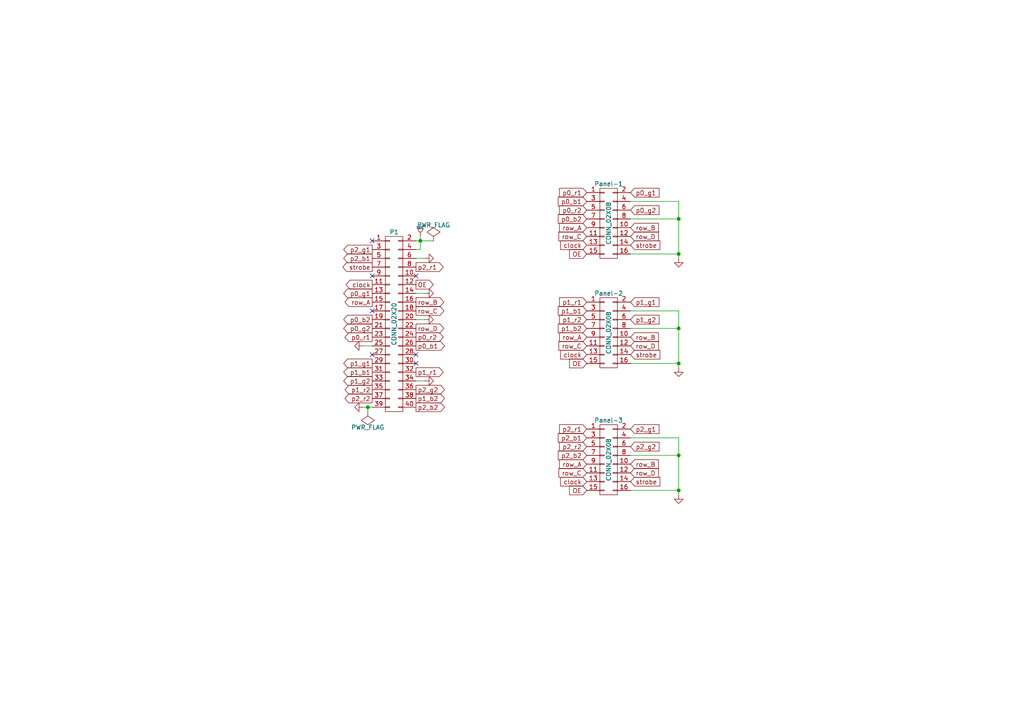
<source format=kicad_sch>
(kicad_sch (version 20230121) (generator eeschema)
  (paper "A4")
  (lib_symbols
    (symbol "passive3-rpi-hub75-adapter-rescue:CONN_02X08" (pin_names (offset 0.0254) hide)
      (property "Reference" "P" (at 0 11.43 0))
      (property "Value" "CONN_02X08" (at 0 0 90))
      (symbol "CONN_02X08_0_1"
        (rectangle (start -2.54 -8.763) (end -1.27 -9.017))
        (rectangle (start -2.54 -6.223) (end -1.27 -6.477))
        (rectangle (start -2.54 -3.683) (end -1.27 -3.937))
        (rectangle (start -2.54 -1.143) (end -1.27 -1.397))
        (rectangle (start -2.54 1.397) (end -1.27 1.143))
        (rectangle (start -2.54 3.937) (end -1.27 3.683))
        (rectangle (start -2.54 6.477) (end -1.27 6.223))
        (rectangle (start -2.54 9.017) (end -1.27 8.763))
        (rectangle (start -2.54 10.16) (end 2.54 -10.16))
        (rectangle (start 1.27 -8.763) (end 2.54 -9.017))
        (rectangle (start 1.27 -6.223) (end 2.54 -6.477))
        (rectangle (start 1.27 -3.683) (end 2.54 -3.937))
        (rectangle (start 1.27 -1.143) (end 2.54 -1.397))
        (rectangle (start 1.27 1.397) (end 2.54 1.143))
        (rectangle (start 1.27 3.937) (end 2.54 3.683))
        (rectangle (start 1.27 6.477) (end 2.54 6.223))
        (rectangle (start 1.27 9.017) (end 2.54 8.763))
      )
      (symbol "CONN_02X08_1_1"
        (pin passive line (at -6.35 8.89 0) (length 3.81) (name "P1") (number "1"))
        (pin passive line (at 6.35 -1.27 180) (length 3.81) (name "P10") (number "10"))
        (pin passive line (at -6.35 -3.81 0) (length 3.81) (name "P11") (number "11"))
        (pin passive line (at 6.35 -3.81 180) (length 3.81) (name "P12") (number "12"))
        (pin passive line (at -6.35 -6.35 0) (length 3.81) (name "P13") (number "13"))
        (pin passive line (at 6.35 -6.35 180) (length 3.81) (name "P14") (number "14"))
        (pin passive line (at -6.35 -8.89 0) (length 3.81) (name "P15") (number "15"))
        (pin passive line (at 6.35 -8.89 180) (length 3.81) (name "P16") (number "16"))
        (pin passive line (at 6.35 8.89 180) (length 3.81) (name "P2") (number "2"))
        (pin passive line (at -6.35 6.35 0) (length 3.81) (name "P3") (number "3"))
        (pin passive line (at 6.35 6.35 180) (length 3.81) (name "P4") (number "4"))
        (pin passive line (at -6.35 3.81 0) (length 3.81) (name "P5") (number "5"))
        (pin passive line (at 6.35 3.81 180) (length 3.81) (name "P6") (number "6"))
        (pin passive line (at -6.35 1.27 0) (length 3.81) (name "P7") (number "7"))
        (pin passive line (at 6.35 1.27 180) (length 3.81) (name "P8") (number "8"))
        (pin passive line (at -6.35 -1.27 0) (length 3.81) (name "P9") (number "9"))
      )
    )
    (symbol "passive3-rpi-hub75-adapter-rescue:CONN_02X20" (pin_names (offset 0.0254) hide)
      (property "Reference" "P" (at 0 26.67 0))
      (property "Value" "CONN_02X20" (at 0 0 90))
      (symbol "CONN_02X20_0_1"
        (rectangle (start -2.54 -24.003) (end -1.27 -24.257))
        (rectangle (start -2.54 -21.463) (end -1.27 -21.717))
        (rectangle (start -2.54 -18.923) (end -1.27 -19.177))
        (rectangle (start -2.54 -16.383) (end -1.27 -16.637))
        (rectangle (start -2.54 -13.843) (end -1.27 -14.097))
        (rectangle (start -2.54 -11.303) (end -1.27 -11.557))
        (rectangle (start -2.54 -8.763) (end -1.27 -9.017))
        (rectangle (start -2.54 -6.223) (end -1.27 -6.477))
        (rectangle (start -2.54 -3.683) (end -1.27 -3.937))
        (rectangle (start -2.54 -1.143) (end -1.27 -1.397))
        (rectangle (start -2.54 1.397) (end -1.27 1.143))
        (rectangle (start -2.54 3.937) (end -1.27 3.683))
        (rectangle (start -2.54 6.477) (end -1.27 6.223))
        (rectangle (start -2.54 9.017) (end -1.27 8.763))
        (rectangle (start -2.54 11.557) (end -1.27 11.303))
        (rectangle (start -2.54 14.097) (end -1.27 13.843))
        (rectangle (start -2.54 16.637) (end -1.27 16.383))
        (rectangle (start -2.54 19.177) (end -1.27 18.923))
        (rectangle (start -2.54 21.717) (end -1.27 21.463))
        (rectangle (start -2.54 24.257) (end -1.27 24.003))
        (rectangle (start -2.54 25.4) (end 2.54 -25.4))
        (rectangle (start 1.27 -24.003) (end 2.54 -24.257))
        (rectangle (start 1.27 -21.463) (end 2.54 -21.717))
        (rectangle (start 1.27 -18.923) (end 2.54 -19.177))
        (rectangle (start 1.27 -16.383) (end 2.54 -16.637))
        (rectangle (start 1.27 -13.843) (end 2.54 -14.097))
        (rectangle (start 1.27 -11.303) (end 2.54 -11.557))
        (rectangle (start 1.27 -8.763) (end 2.54 -9.017))
        (rectangle (start 1.27 -6.223) (end 2.54 -6.477))
        (rectangle (start 1.27 -3.683) (end 2.54 -3.937))
        (rectangle (start 1.27 -1.143) (end 2.54 -1.397))
        (rectangle (start 1.27 1.397) (end 2.54 1.143))
        (rectangle (start 1.27 3.937) (end 2.54 3.683))
        (rectangle (start 1.27 6.477) (end 2.54 6.223))
        (rectangle (start 1.27 9.017) (end 2.54 8.763))
        (rectangle (start 1.27 11.557) (end 2.54 11.303))
        (rectangle (start 1.27 14.097) (end 2.54 13.843))
        (rectangle (start 1.27 16.637) (end 2.54 16.383))
        (rectangle (start 1.27 19.177) (end 2.54 18.923))
        (rectangle (start 1.27 21.717) (end 2.54 21.463))
        (rectangle (start 1.27 24.257) (end 2.54 24.003))
      )
      (symbol "CONN_02X20_1_1"
        (pin passive line (at -6.35 24.13 0) (length 3.81) (name "P1") (number "1"))
        (pin passive line (at 6.35 13.97 180) (length 3.81) (name "P10") (number "10"))
        (pin passive line (at -6.35 11.43 0) (length 3.81) (name "P11") (number "11"))
        (pin passive line (at 6.35 11.43 180) (length 3.81) (name "P12") (number "12"))
        (pin passive line (at -6.35 8.89 0) (length 3.81) (name "P13") (number "13"))
        (pin passive line (at 6.35 8.89 180) (length 3.81) (name "P14") (number "14"))
        (pin passive line (at -6.35 6.35 0) (length 3.81) (name "P15") (number "15"))
        (pin passive line (at 6.35 6.35 180) (length 3.81) (name "P16") (number "16"))
        (pin passive line (at -6.35 3.81 0) (length 3.81) (name "P17") (number "17"))
        (pin passive line (at 6.35 3.81 180) (length 3.81) (name "P18") (number "18"))
        (pin passive line (at -6.35 1.27 0) (length 3.81) (name "P19") (number "19"))
        (pin passive line (at 6.35 24.13 180) (length 3.81) (name "P2") (number "2"))
        (pin passive line (at 6.35 1.27 180) (length 3.81) (name "P20") (number "20"))
        (pin passive line (at -6.35 -1.27 0) (length 3.81) (name "P21") (number "21"))
        (pin passive line (at 6.35 -1.27 180) (length 3.81) (name "P22") (number "22"))
        (pin passive line (at -6.35 -3.81 0) (length 3.81) (name "P23") (number "23"))
        (pin passive line (at 6.35 -3.81 180) (length 3.81) (name "P24") (number "24"))
        (pin passive line (at -6.35 -6.35 0) (length 3.81) (name "P25") (number "25"))
        (pin passive line (at 6.35 -6.35 180) (length 3.81) (name "P26") (number "26"))
        (pin passive line (at -6.35 -8.89 0) (length 3.81) (name "P27") (number "27"))
        (pin passive line (at 6.35 -8.89 180) (length 3.81) (name "P28") (number "28"))
        (pin passive line (at -6.35 -11.43 0) (length 3.81) (name "P29") (number "29"))
        (pin passive line (at -6.35 21.59 0) (length 3.81) (name "P3") (number "3"))
        (pin passive line (at 6.35 -11.43 180) (length 3.81) (name "P30") (number "30"))
        (pin passive line (at -6.35 -13.97 0) (length 3.81) (name "P31") (number "31"))
        (pin passive line (at 6.35 -13.97 180) (length 3.81) (name "P32") (number "32"))
        (pin passive line (at -6.35 -16.51 0) (length 3.81) (name "P33") (number "33"))
        (pin passive line (at 6.35 -16.51 180) (length 3.81) (name "P34") (number "34"))
        (pin passive line (at -6.35 -19.05 0) (length 3.81) (name "P35") (number "35"))
        (pin passive line (at 6.35 -19.05 180) (length 3.81) (name "P36") (number "36"))
        (pin passive line (at -6.35 -21.59 0) (length 3.81) (name "P37") (number "37"))
        (pin passive line (at 6.35 -21.59 180) (length 3.81) (name "P38") (number "38"))
        (pin passive line (at -6.35 -24.13 0) (length 3.81) (name "P39") (number "39"))
        (pin passive line (at 6.35 21.59 180) (length 3.81) (name "P4") (number "4"))
        (pin passive line (at 6.35 -24.13 180) (length 3.81) (name "P40") (number "40"))
        (pin passive line (at -6.35 19.05 0) (length 3.81) (name "P5") (number "5"))
        (pin passive line (at 6.35 19.05 180) (length 3.81) (name "P6") (number "6"))
        (pin passive line (at -6.35 16.51 0) (length 3.81) (name "P7") (number "7"))
        (pin passive line (at 6.35 16.51 180) (length 3.81) (name "P8") (number "8"))
        (pin passive line (at -6.35 13.97 0) (length 3.81) (name "P9") (number "9"))
      )
    )
    (symbol "passive3-rpi-hub75-adapter-rescue:GND" (power) (pin_names (offset 0))
      (property "Value" "GND" (at 0 -3.81 0))
      (symbol "GND_0_1"
        (polyline (pts (xy 0 0) (xy 0 -1.27) (xy 1.27 -1.27) (xy 0 -2.54) (xy -1.27 -1.27) (xy 0 -1.27)))
      )
      (symbol "GND_1_1"
        (pin power_in line (at 0 0 270) (length 0) hide (name "GND") (number "1"))
      )
    )
    (symbol "passive3-rpi-hub75-adapter-rescue:PWR_FLAG" (power) (pin_numbers hide) (pin_names (offset 0) hide)
      (property "Value" "PWR_FLAG" (at 0 4.572 0))
      (symbol "PWR_FLAG_0_0"
        (pin power_out line (at 0 0 90) (length 0) (name "pwr") (number "1"))
      )
      (symbol "PWR_FLAG_0_1"
        (polyline (pts (xy 0 0) (xy 0 1.27) (xy -1.905 2.54) (xy 0 3.81) (xy 1.905 2.54) (xy 0 1.27)))
      )
    )
    (symbol "passive3-rpi-hub75-adapter-rescue:VCC" (power) (pin_names (offset 0))
      (property "Value" "VCC" (at 0 3.81 0))
      (symbol "VCC_0_1"
        (polyline (pts (xy 0 0) (xy 0 1.27)))
        (circle (center 0 1.905) (radius 0.635))
      )
      (symbol "VCC_1_1"
        (pin power_in line (at 0 0 90) (length 0) hide (name "VCC") (number "1"))
      )
    )
  )
  (junction (at 196.85 73.66))
  (junction (at 196.85 105.41))
  (junction (at 196.85 132.08))
  (junction (at 196.85 63.5))
  (junction (at 196.85 95.25))
  (junction (at 196.85 142.24))
  (junction (at 106.68 118.11))
  (junction (at 121.92 69.85))
  (no_connect (at 107.95 90.17))
  (no_connect (at 107.95 69.85))
  (no_connect (at 120.65 105.41))
  (no_connect (at 107.95 80.01))
  (no_connect (at 107.95 102.87))
  (no_connect (at 120.65 80.01))
  (no_connect (at 120.65 102.87))
  (wire (pts (xy 182.88 105.41) (xy 196.85 105.41)))
  (wire (pts (xy 106.68 118.11) (xy 106.68 119.38)))
  (wire (pts (xy 196.85 127) (xy 196.85 132.08)))
  (wire (pts (xy 182.88 63.5) (xy 196.85 63.5)))
  (wire (pts (xy 196.85 105.41) (xy 196.85 106.68)))
  (wire (pts (xy 182.88 95.25) (xy 196.85 95.25)))
  (wire (pts (xy 106.68 118.11) (xy 107.95 118.11)))
  (wire (pts (xy 182.88 58.42) (xy 196.85 58.42)))
  (wire (pts (xy 121.92 69.85) (xy 121.92 72.39)))
  (wire (pts (xy 196.85 73.66) (xy 196.85 74.93)))
  (wire (pts (xy 196.85 132.08) (xy 196.85 142.24)))
  (wire (pts (xy 120.65 110.49) (xy 123.19 110.49)))
  (wire (pts (xy 196.85 58.42) (xy 196.85 63.5)))
  (wire (pts (xy 182.88 73.66) (xy 196.85 73.66)))
  (wire (pts (xy 120.65 85.09) (xy 123.19 85.09)))
  (wire (pts (xy 196.85 90.17) (xy 196.85 95.25)))
  (wire (pts (xy 196.85 63.5) (xy 196.85 73.66)))
  (wire (pts (xy 121.92 72.39) (xy 120.65 72.39)))
  (wire (pts (xy 105.41 100.33) (xy 107.95 100.33)))
  (wire (pts (xy 121.92 68.58) (xy 121.92 69.85)))
  (wire (pts (xy 182.88 127) (xy 196.85 127)))
  (wire (pts (xy 120.65 69.85) (xy 121.92 69.85)))
  (wire (pts (xy 105.41 118.11) (xy 106.68 118.11)))
  (wire (pts (xy 182.88 142.24) (xy 196.85 142.24)))
  (wire (pts (xy 196.85 95.25) (xy 196.85 105.41)))
  (wire (pts (xy 121.92 69.85) (xy 125.73 69.85)))
  (wire (pts (xy 120.65 92.71) (xy 123.19 92.71)))
  (wire (pts (xy 182.88 132.08) (xy 196.85 132.08)))
  (wire (pts (xy 196.85 142.24) (xy 196.85 143.51)))
  (wire (pts (xy 120.65 74.93) (xy 123.19 74.93)))
  (wire (pts (xy 182.88 90.17) (xy 196.85 90.17)))
  (global_label "OE" (shape input) (at 170.18 73.66 180) (effects (font (size 1.2954 1.2954))) (property "Intersheetrefs" "${INTERSHEET_REFS}" (effects hide)))
  (global_label "row_C" (shape input) (at 170.18 137.16 180) (effects (font (size 1.2954 1.2954))) (property "Intersheetrefs" "${INTERSHEET_REFS}" (effects hide)))
  (global_label "clock" (shape input) (at 170.18 71.12 180) (effects (font (size 1.2954 1.2954))) (property "Intersheetrefs" "${INTERSHEET_REFS}" (effects hide)))
  (global_label "p0_r2" (shape input) (at 170.18 60.96 180) (effects (font (size 1.2954 1.2954))) (property "Intersheetrefs" "${INTERSHEET_REFS}" (effects hide)))
  (global_label "p1_g1" (shape input) (at 182.88 87.63 0) (effects (font (size 1.2954 1.2954))) (property "Intersheetrefs" "${INTERSHEET_REFS}" (effects hide)))
  (global_label "p2_b2" (shape input) (at 170.18 132.08 180) (effects (font (size 1.2954 1.2954))) (property "Intersheetrefs" "${INTERSHEET_REFS}" (effects hide)))
  (global_label "row_D" (shape output) (at 120.65 95.25 0) (effects (font (size 1.2954 1.2954))) (property "Intersheetrefs" "${INTERSHEET_REFS}" (effects hide)))
  (global_label "strobe" (shape input) (at 182.88 102.87 0) (effects (font (size 1.2954 1.2954))) (property "Intersheetrefs" "${INTERSHEET_REFS}" (effects hide)))
  (global_label "p1_g2" (shape output) (at 107.95 110.49 180) (effects (font (size 1.2954 1.2954))) (property "Intersheetrefs" "${INTERSHEET_REFS}" (effects hide)))
  (global_label "p2_g1" (shape output) (at 107.95 72.39 180) (effects (font (size 1.2954 1.2954))) (property "Intersheetrefs" "${INTERSHEET_REFS}" (effects hide)))
  (global_label "p1_r1" (shape output) (at 120.65 107.95 0) (effects (font (size 1.2954 1.2954))) (property "Intersheetrefs" "${INTERSHEET_REFS}" (effects hide)))
  (global_label "p1_b2" (shape output) (at 120.65 115.57 0) (effects (font (size 1.2954 1.2954))) (property "Intersheetrefs" "${INTERSHEET_REFS}" (effects hide)))
  (global_label "p1_g2" (shape input) (at 182.88 92.71 0) (effects (font (size 1.2954 1.2954))) (property "Intersheetrefs" "${INTERSHEET_REFS}" (effects hide)))
  (global_label "p1_r2" (shape input) (at 170.18 92.71 180) (effects (font (size 1.2954 1.2954))) (property "Intersheetrefs" "${INTERSHEET_REFS}" (effects hide)))
  (global_label "p2_b2" (shape output) (at 120.65 118.11 0) (effects (font (size 1.2954 1.2954))) (property "Intersheetrefs" "${INTERSHEET_REFS}" (effects hide)))
  (global_label "p1_r1" (shape input) (at 170.18 87.63 180) (effects (font (size 1.2954 1.2954))) (property "Intersheetrefs" "${INTERSHEET_REFS}" (effects hide)))
  (global_label "p0_g2" (shape output) (at 107.95 95.25 180) (effects (font (size 1.2954 1.2954))) (property "Intersheetrefs" "${INTERSHEET_REFS}" (effects hide)))
  (global_label "row_D" (shape input) (at 182.88 100.33 0) (effects (font (size 1.2954 1.2954))) (property "Intersheetrefs" "${INTERSHEET_REFS}" (effects hide)))
  (global_label "p2_g2" (shape output) (at 120.65 113.03 0) (effects (font (size 1.2954 1.2954))) (property "Intersheetrefs" "${INTERSHEET_REFS}" (effects hide)))
  (global_label "row_B" (shape input) (at 182.88 66.04 0) (effects (font (size 1.2954 1.2954))) (property "Intersheetrefs" "${INTERSHEET_REFS}" (effects hide)))
  (global_label "p2_g2" (shape input) (at 182.88 129.54 0) (effects (font (size 1.2954 1.2954))) (property "Intersheetrefs" "${INTERSHEET_REFS}" (effects hide)))
  (global_label "strobe" (shape input) (at 182.88 139.7 0) (effects (font (size 1.2954 1.2954))) (property "Intersheetrefs" "${INTERSHEET_REFS}" (effects hide)))
  (global_label "row_A" (shape input) (at 170.18 66.04 180) (effects (font (size 1.2954 1.2954))) (property "Intersheetrefs" "${INTERSHEET_REFS}" (effects hide)))
  (global_label "p0_b2" (shape input) (at 170.18 63.5 180) (effects (font (size 1.2954 1.2954))) (property "Intersheetrefs" "${INTERSHEET_REFS}" (effects hide)))
  (global_label "row_B" (shape input) (at 182.88 134.62 0) (effects (font (size 1.2954 1.2954))) (property "Intersheetrefs" "${INTERSHEET_REFS}" (effects hide)))
  (global_label "row_D" (shape input) (at 182.88 68.58 0) (effects (font (size 1.2954 1.2954))) (property "Intersheetrefs" "${INTERSHEET_REFS}" (effects hide)))
  (global_label "p0_g1" (shape input) (at 182.88 55.88 0) (effects (font (size 1.2954 1.2954))) (property "Intersheetrefs" "${INTERSHEET_REFS}" (effects hide)))
  (global_label "OE" (shape input) (at 170.18 105.41 180) (effects (font (size 1.2954 1.2954))) (property "Intersheetrefs" "${INTERSHEET_REFS}" (effects hide)))
  (global_label "p2_b1" (shape input) (at 170.18 127 180) (effects (font (size 1.2954 1.2954))) (property "Intersheetrefs" "${INTERSHEET_REFS}" (effects hide)))
  (global_label "p0_r1" (shape output) (at 107.95 97.79 180) (effects (font (size 1.2954 1.2954))) (property "Intersheetrefs" "${INTERSHEET_REFS}" (effects hide)))
  (global_label "strobe" (shape input) (at 182.88 71.12 0) (effects (font (size 1.2954 1.2954))) (property "Intersheetrefs" "${INTERSHEET_REFS}" (effects hide)))
  (global_label "row_D" (shape input) (at 182.88 137.16 0) (effects (font (size 1.2954 1.2954))) (property "Intersheetrefs" "${INTERSHEET_REFS}" (effects hide)))
  (global_label "OE" (shape output) (at 120.65 82.55 0) (effects (font (size 1.2954 1.2954))) (property "Intersheetrefs" "${INTERSHEET_REFS}" (effects hide)))
  (global_label "p0_g2" (shape input) (at 182.88 60.96 0) (effects (font (size 1.2954 1.2954))) (property "Intersheetrefs" "${INTERSHEET_REFS}" (effects hide)))
  (global_label "p0_b1" (shape input) (at 170.18 58.42 180) (effects (font (size 1.2954 1.2954))) (property "Intersheetrefs" "${INTERSHEET_REFS}" (effects hide)))
  (global_label "row_C" (shape input) (at 170.18 100.33 180) (effects (font (size 1.2954 1.2954))) (property "Intersheetrefs" "${INTERSHEET_REFS}" (effects hide)))
  (global_label "p2_b1" (shape output) (at 107.95 74.93 180) (effects (font (size 1.2954 1.2954))) (property "Intersheetrefs" "${INTERSHEET_REFS}" (effects hide)))
  (global_label "p1_b2" (shape input) (at 170.18 95.25 180) (effects (font (size 1.2954 1.2954))) (property "Intersheetrefs" "${INTERSHEET_REFS}" (effects hide)))
  (global_label "p2_r1" (shape input) (at 170.18 124.46 180) (effects (font (size 1.2954 1.2954))) (property "Intersheetrefs" "${INTERSHEET_REFS}" (effects hide)))
  (global_label "OE" (shape input) (at 170.18 142.24 180) (effects (font (size 1.2954 1.2954))) (property "Intersheetrefs" "${INTERSHEET_REFS}" (effects hide)))
  (global_label "row_A" (shape input) (at 170.18 134.62 180) (effects (font (size 1.2954 1.2954))) (property "Intersheetrefs" "${INTERSHEET_REFS}" (effects hide)))
  (global_label "p1_b1" (shape output) (at 107.95 107.95 180) (effects (font (size 1.2954 1.2954))) (property "Intersheetrefs" "${INTERSHEET_REFS}" (effects hide)))
  (global_label "p0_r1" (shape input) (at 170.18 55.88 180) (effects (font (size 1.2954 1.2954))) (property "Intersheetrefs" "${INTERSHEET_REFS}" (effects hide)))
  (global_label "p1_b1" (shape input) (at 170.18 90.17 180) (effects (font (size 1.2954 1.2954))) (property "Intersheetrefs" "${INTERSHEET_REFS}" (effects hide)))
  (global_label "row_C" (shape input) (at 170.18 68.58 180) (effects (font (size 1.2954 1.2954))) (property "Intersheetrefs" "${INTERSHEET_REFS}" (effects hide)))
  (global_label "row_B" (shape output) (at 120.65 87.63 0) (effects (font (size 1.2954 1.2954))) (property "Intersheetrefs" "${INTERSHEET_REFS}" (effects hide)))
  (global_label "p1_r2" (shape output) (at 107.95 113.03 180) (effects (font (size 1.2954 1.2954))) (property "Intersheetrefs" "${INTERSHEET_REFS}" (effects hide)))
  (global_label "clock" (shape input) (at 170.18 102.87 180) (effects (font (size 1.2954 1.2954))) (property "Intersheetrefs" "${INTERSHEET_REFS}" (effects hide)))
  (global_label "row_C" (shape output) (at 120.65 90.17 0) (effects (font (size 1.2954 1.2954))) (property "Intersheetrefs" "${INTERSHEET_REFS}" (effects hide)))
  (global_label "p2_g1" (shape input) (at 182.88 124.46 0) (effects (font (size 1.2954 1.2954))) (property "Intersheetrefs" "${INTERSHEET_REFS}" (effects hide)))
  (global_label "p0_b2" (shape output) (at 107.95 92.71 180) (effects (font (size 1.2954 1.2954))) (property "Intersheetrefs" "${INTERSHEET_REFS}" (effects hide)))
  (global_label "clock" (shape output) (at 107.95 82.55 180) (effects (font (size 1.2954 1.2954))) (property "Intersheetrefs" "${INTERSHEET_REFS}" (effects hide)))
  (global_label "p0_g1" (shape output) (at 107.95 85.09 180) (effects (font (size 1.2954 1.2954))) (property "Intersheetrefs" "${INTERSHEET_REFS}" (effects hide)))
  (global_label "row_B" (shape input) (at 182.88 97.79 0) (effects (font (size 1.2954 1.2954))) (property "Intersheetrefs" "${INTERSHEET_REFS}" (effects hide)))
  (global_label "clock" (shape input) (at 170.18 139.7 180) (effects (font (size 1.2954 1.2954))) (property "Intersheetrefs" "${INTERSHEET_REFS}" (effects hide)))
  (global_label "p0_b1" (shape output) (at 120.65 100.33 0) (effects (font (size 1.2954 1.2954))) (property "Intersheetrefs" "${INTERSHEET_REFS}" (effects hide)))
  (global_label "p1_g1" (shape output) (at 107.95 105.41 180) (effects (font (size 1.2954 1.2954))) (property "Intersheetrefs" "${INTERSHEET_REFS}" (effects hide)))
  (global_label "row_A" (shape output) (at 107.95 87.63 180) (effects (font (size 1.2954 1.2954))) (property "Intersheetrefs" "${INTERSHEET_REFS}" (effects hide)))
  (global_label "strobe" (shape output) (at 107.95 77.47 180) (effects (font (size 1.2954 1.2954))) (property "Intersheetrefs" "${INTERSHEET_REFS}" (effects hide)))
  (global_label "p0_r2" (shape output) (at 120.65 97.79 0) (effects (font (size 1.2954 1.2954))) (property "Intersheetrefs" "${INTERSHEET_REFS}" (effects hide)))
  (global_label "p2_r1" (shape output) (at 120.65 77.47 0) (effects (font (size 1.2954 1.2954))) (property "Intersheetrefs" "${INTERSHEET_REFS}" (effects hide)))
  (global_label "p2_r2" (shape output) (at 107.95 115.57 180) (effects (font (size 1.2954 1.2954))) (property "Intersheetrefs" "${INTERSHEET_REFS}" (effects hide)))
  (global_label "row_A" (shape input) (at 170.18 97.79 180) (effects (font (size 1.2954 1.2954))) (property "Intersheetrefs" "${INTERSHEET_REFS}" (effects hide)))
  (global_label "p2_r2" (shape input) (at 170.18 129.54 180) (effects (font (size 1.2954 1.2954))) (property "Intersheetrefs" "${INTERSHEET_REFS}" (effects hide)))
  (symbol (lib_id "passive3-rpi-hub75-adapter-rescue:CONN_02X08") (at 176.53 64.77 0) (unit 1)
    (property "Reference" "Panel-1" (at 176.53 53.34 0))
    (property "Value" "CONN_02X08" (at 176.53 64.77 90))
    (property "Footprint" "Pin_Headers:Pin_Header_Straight_2x08" (effects hide))
  )
  (symbol (lib_id "passive3-rpi-hub75-adapter-rescue:CONN_02X20") (at 114.3 93.98 0) (unit 1)
    (property "Reference" "P1" (at 114.3 67.31 0))
    (property "Value" "CONN_02X20" (at 114.3 93.98 90))
    (property "Footprint" "Pin_Headers:Pin_Header_Straight_2x20" (effects hide))
  )
  (symbol (lib_id "passive3-rpi-hub75-adapter-rescue:GND") (at 123.19 85.09 90) (unit 1)
    (property "Reference" "#PWR01" (effects hide))
    (property "Value" "GND" (effects hide))
  )
  (symbol (lib_id "passive3-rpi-hub75-adapter-rescue:GND") (at 123.19 92.71 90) (unit 1)
    (property "Reference" "#PWR02" (effects hide))
    (property "Value" "GND" (effects hide))
  )
  (symbol (lib_id "passive3-rpi-hub75-adapter-rescue:GND") (at 123.19 74.93 90) (unit 1)
    (property "Reference" "#PWR03" (effects hide))
    (property "Value" "GND" (effects hide))
  )
  (symbol (lib_id "passive3-rpi-hub75-adapter-rescue:GND") (at 105.41 118.11 270) (unit 1)
    (property "Reference" "#PWR04" (effects hide))
    (property "Value" "GND" (effects hide))
  )
  (symbol (lib_id "passive3-rpi-hub75-adapter-rescue:GND") (at 123.19 110.49 90) (unit 1)
    (property "Reference" "#PWR05" (effects hide))
    (property "Value" "GND" (effects hide))
  )
  (symbol (lib_id "passive3-rpi-hub75-adapter-rescue:GND") (at 105.41 100.33 270) (unit 1)
    (property "Reference" "#PWR06" (effects hide))
    (property "Value" "GND" (effects hide))
  )
  (symbol (lib_id "passive3-rpi-hub75-adapter-rescue:GND") (at 196.85 74.93 0) (unit 1)
    (property "Reference" "#PWR07" (effects hide))
    (property "Value" "GND" (effects hide))
  )
  (symbol (lib_id "passive3-rpi-hub75-adapter-rescue:VCC") (at 121.92 68.58 0) (unit 1)
    (property "Reference" "#PWR09" (effects hide))
    (property "Value" "VCC" (at 121.92 66.04 0) (effects (font (size 0.762 0.762))))
  )
  (symbol (lib_id "passive3-rpi-hub75-adapter-rescue:CONN_02X08") (at 176.53 96.52 0) (unit 1)
    (property "Reference" "Panel-2" (at 176.53 85.09 0))
    (property "Value" "CONN_02X08" (at 176.53 96.52 90))
    (property "Footprint" "Pin_Headers:Pin_Header_Straight_2x08" (effects hide))
  )
  (symbol (lib_id "passive3-rpi-hub75-adapter-rescue:GND") (at 196.85 106.68 0) (unit 1)
    (property "Reference" "#PWR08" (effects hide))
    (property "Value" "GND" (effects hide))
  )
  (symbol (lib_id "passive3-rpi-hub75-adapter-rescue:CONN_02X08") (at 176.53 133.35 0) (unit 1)
    (property "Reference" "Panel-3" (at 176.53 121.92 0))
    (property "Value" "CONN_02X08" (at 176.53 133.35 90))
    (property "Footprint" "Pin_Headers:Pin_Header_Straight_2x08" (effects hide))
  )
  (symbol (lib_id "passive3-rpi-hub75-adapter-rescue:GND") (at 196.85 143.51 0) (unit 1)
    (property "Reference" "#PWR010" (effects hide))
    (property "Value" "GND" (effects hide))
  )
  (symbol (lib_id "passive3-rpi-hub75-adapter-rescue:PWR_FLAG") (at 125.73 69.85 0) (unit 1)
    (property "Reference" "#FLG011" (effects hide))
    (property "Value" "PWR_FLAG" (at 125.73 65.278 0))
  )
  (symbol (lib_id "passive3-rpi-hub75-adapter-rescue:PWR_FLAG") (at 106.68 119.38 180) (unit 1)
    (property "Reference" "#FLG012" (effects hide))
    (property "Value" "PWR_FLAG" (at 106.68 123.952 0))
  )
)
</source>
